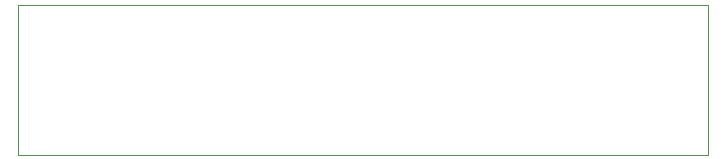
<source format=gm1>
G04 #@! TF.GenerationSoftware,KiCad,Pcbnew,(6.0.6)*
G04 #@! TF.CreationDate,2022-08-07T08:43:24+02:00*
G04 #@! TF.ProjectId,Stepdown led board,53746570-646f-4776-9e20-6c656420626f,rev?*
G04 #@! TF.SameCoordinates,Original*
G04 #@! TF.FileFunction,Profile,NP*
%FSLAX46Y46*%
G04 Gerber Fmt 4.6, Leading zero omitted, Abs format (unit mm)*
G04 Created by KiCad (PCBNEW (6.0.6)) date 2022-08-07 08:43:24*
%MOMM*%
%LPD*%
G01*
G04 APERTURE LIST*
G04 #@! TA.AperFunction,Profile*
%ADD10C,0.100000*%
G04 #@! TD*
G04 APERTURE END LIST*
D10*
X20320000Y-22860000D02*
X78740000Y-22860000D01*
X78740000Y-22860000D02*
X78740000Y-35560000D01*
X78740000Y-35560000D02*
X20320000Y-35560000D01*
X20320000Y-35560000D02*
X20320000Y-22860000D01*
M02*

</source>
